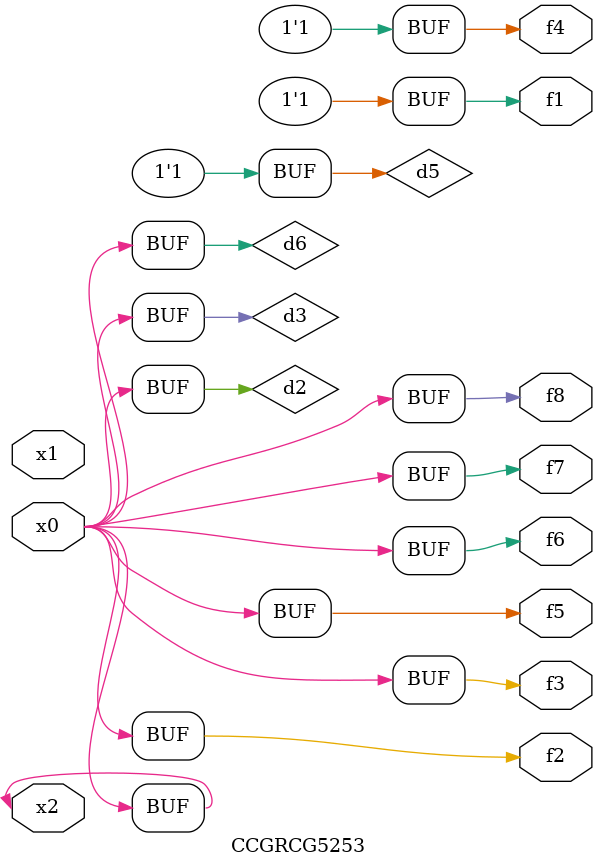
<source format=v>
module CCGRCG5253(
	input x0, x1, x2,
	output f1, f2, f3, f4, f5, f6, f7, f8
);

	wire d1, d2, d3, d4, d5, d6;

	xnor (d1, x2);
	buf (d2, x0, x2);
	and (d3, x0);
	xnor (d4, x1, x2);
	nand (d5, d1, d3);
	buf (d6, d2, d3);
	assign f1 = d5;
	assign f2 = d6;
	assign f3 = d6;
	assign f4 = d5;
	assign f5 = d6;
	assign f6 = d6;
	assign f7 = d6;
	assign f8 = d6;
endmodule

</source>
